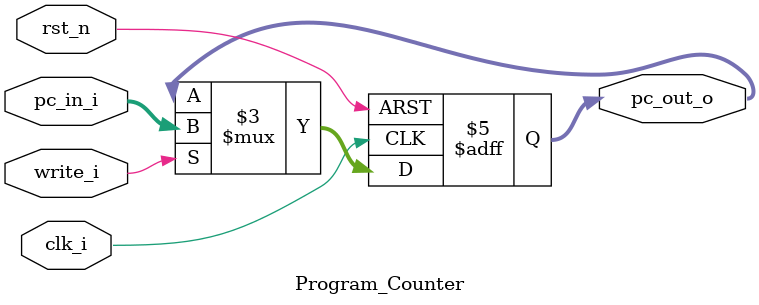
<source format=v>
module Program_Counter( clk_i, rst_n, write_i, pc_in_i, pc_out_o );
     
//I/O ports
input           clk_i;
input	        rst_n;
input			write_i;
input  [32-1:0] pc_in_i;
output [32-1:0] pc_out_o;
 
//Internal Signals
reg    [32-1:0] pc_out_o;

//Main function
always @(posedge clk_i or negedge rst_n) begin
    if(~rst_n)
	    pc_out_o <= 0;
	else if(write_i)
	    pc_out_o <= pc_in_i;
end

endmodule
</source>
